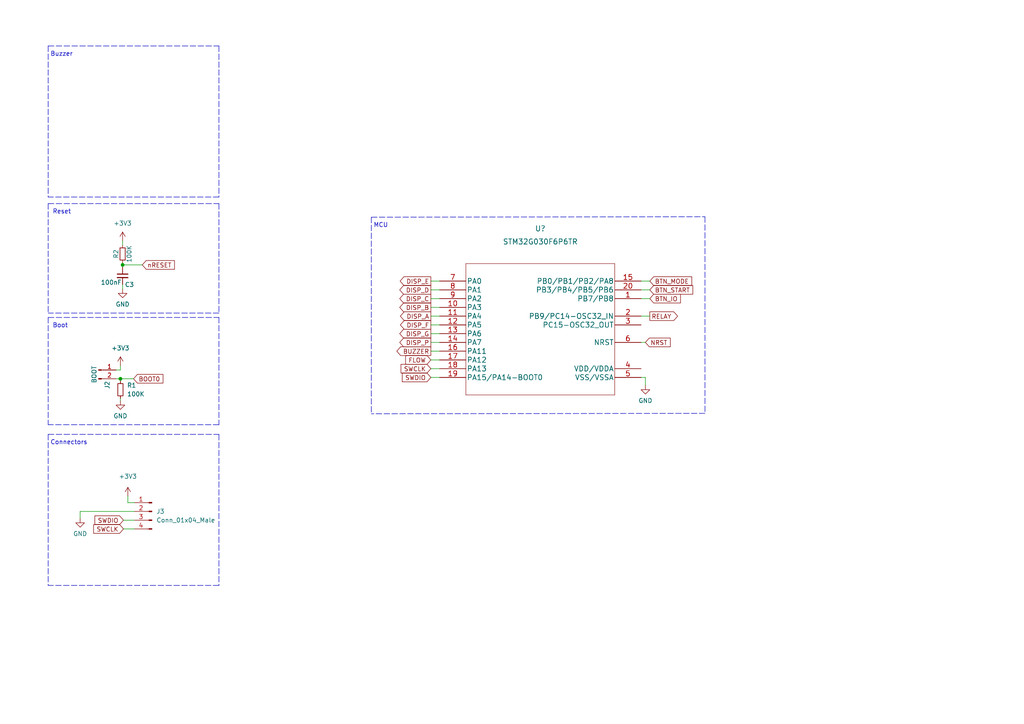
<source format=kicad_sch>
(kicad_sch (version 20211123) (generator eeschema)
  (paper "A4")
  (lib_symbols
    (symbol "Connector:Conn_01x02_Male" (pin_names (offset 1.016) hide)
      (property "Reference" "J" (at 0 2.54 0))
      (property "Value" "Conn_01x02_Male" (at 0 -5.08 0))
      (symbol "Conn_01x02_Male_1_1"
        (polyline (pts (xy 1.27 -2.54) (xy 0.8636 -2.54)) (stroke (width 0.1524)))
        (polyline (pts (xy 1.27 0) (xy 0.8636 0)) (stroke (width 0.1524)))
        (rectangle (start 0.8636 -2.413) (end 0 -2.667) (stroke (width 0.1524)) (fill (type outline)))
        (rectangle (start 0.8636 0.127) (end 0 -0.127) (stroke (width 0.1524)) (fill (type outline)))
        (pin passive line (at 5.08 0 180) (length 3.81) (name "Pin_1") (number "1"))
        (pin passive line (at 5.08 -2.54 180) (length 3.81) (name "Pin_2") (number "2"))
      )
    )
    (symbol "Connector:Conn_01x04_Male" (pin_names (offset 1.016) hide)
      (property "Reference" "J" (at 0 5.08 0))
      (property "Value" "Conn_01x04_Male" (at 0 -7.62 0))
      (symbol "Conn_01x04_Male_1_1"
        (polyline (pts (xy 1.27 -5.08) (xy 0.8636 -5.08)) (stroke (width 0.1524)))
        (polyline (pts (xy 1.27 -2.54) (xy 0.8636 -2.54)) (stroke (width 0.1524)))
        (polyline (pts (xy 1.27 0) (xy 0.8636 0)) (stroke (width 0.1524)))
        (polyline (pts (xy 1.27 2.54) (xy 0.8636 2.54)) (stroke (width 0.1524)))
        (rectangle (start 0.8636 -4.953) (end 0 -5.207) (stroke (width 0.1524)) (fill (type outline)))
        (rectangle (start 0.8636 -2.413) (end 0 -2.667) (stroke (width 0.1524)) (fill (type outline)))
        (rectangle (start 0.8636 0.127) (end 0 -0.127) (stroke (width 0.1524)) (fill (type outline)))
        (rectangle (start 0.8636 2.667) (end 0 2.413) (stroke (width 0.1524)) (fill (type outline)))
        (pin passive line (at 5.08 2.54 180) (length 3.81) (name "Pin_1") (number "1"))
        (pin passive line (at 5.08 0 180) (length 3.81) (name "Pin_2") (number "2"))
        (pin passive line (at 5.08 -2.54 180) (length 3.81) (name "Pin_3") (number "3"))
        (pin passive line (at 5.08 -5.08 180) (length 3.81) (name "Pin_4") (number "4"))
      )
    )
    (symbol "Device:C_Small" (pin_numbers hide) (pin_names (offset 0.254) hide)
      (property "Reference" "C" (at 0.254 1.778 0))
      (property "Value" "C_Small" (at 0.254 -2.032 0))
      (symbol "C_Small_0_1"
        (polyline (pts (xy -1.524 -0.508) (xy 1.524 -0.508)) (stroke (width 0.3302)))
        (polyline (pts (xy -1.524 0.508) (xy 1.524 0.508)) (stroke (width 0.3048)))
      )
      (symbol "C_Small_1_1"
        (pin passive line (at 0 2.54 270) (length 2.032) (name "~") (number "1"))
        (pin passive line (at 0 -2.54 90) (length 2.032) (name "~") (number "2"))
      )
    )
    (symbol "Device:R_Small" (pin_numbers hide) (pin_names (offset 0.254) hide)
      (property "Reference" "R" (at 0.762 0.508 0))
      (property "Value" "R_Small" (at 0.762 -1.016 0))
      (symbol "R_Small_0_1"
        (rectangle (start -0.762 1.778) (end 0.762 -1.778) (stroke (width 0.2032)))
      )
      (symbol "R_Small_1_1"
        (pin passive line (at 0 2.54 270) (length 0.762) (name "~") (number "1"))
        (pin passive line (at 0 -2.54 90) (length 0.762) (name "~") (number "2"))
      )
    )
    (symbol "STM32G030F6P6TR:STM32G030F6P6TR" (pin_names (offset 0.254))
      (property "Reference" "U?" (at 29.21 15.24 0))
      (property "Value" "STM32G030F6P6TR" (at 29.21 11.43 0))
      (symbol "STM32G030F6P6TR_1_1"
        (polyline (pts (xy 7.62 -33.02) (xy 50.8 -33.02)) (stroke (width 0.127)))
        (polyline (pts (xy 7.62 5.08) (xy 7.62 -33.02)) (stroke (width 0.127)))
        (polyline (pts (xy 50.8 -33.02) (xy 50.8 5.08)) (stroke (width 0.127)))
        (polyline (pts (xy 50.8 5.08) (xy 7.62 5.08)) (stroke (width 0.127)))
        (pin bidirectional line (at 58.42 -5.08 180) (length 7.62) (name "PB7/PB8") (number "1"))
        (pin bidirectional line (at 0 -7.62 0) (length 7.62) (name "PA3") (number "10"))
        (pin bidirectional line (at 0 -10.16 0) (length 7.62) (name "PA4") (number "11"))
        (pin bidirectional line (at 0 -12.7 0) (length 7.62) (name "PA5") (number "12"))
        (pin bidirectional line (at 0 -15.24 0) (length 7.62) (name "PA6") (number "13"))
        (pin bidirectional line (at 0 -17.78 0) (length 7.62) (name "PA7") (number "14"))
        (pin bidirectional line (at 58.42 0 180) (length 7.62) (name "PB0/PB1/PB2/PA8") (number "15"))
        (pin bidirectional line (at 0 -20.32 0) (length 7.62) (name "PA11") (number "16"))
        (pin bidirectional line (at 0 -22.86 0) (length 7.62) (name "PA12") (number "17"))
        (pin bidirectional line (at 0 -25.4 0) (length 7.62) (name "PA13") (number "18"))
        (pin bidirectional line (at 0 -27.94 0) (length 7.62) (name "PA15/PA14-BOOT0") (number "19"))
        (pin bidirectional line (at 58.42 -10.16 180) (length 7.62) (name "PB9/PC14-OSC32_IN") (number "2"))
        (pin bidirectional line (at 58.42 -2.54 180) (length 7.62) (name "PB3/PB4/PB5/PB6") (number "20"))
        (pin bidirectional line (at 58.42 -12.7 180) (length 7.62) (name "PC15-OSC32_OUT") (number "3"))
        (pin power_in line (at 58.42 -25.4 180) (length 7.62) (name "VDD/VDDA") (number "4"))
        (pin power_in line (at 58.42 -27.94 180) (length 7.62) (name "VSS/VSSA") (number "5"))
        (pin bidirectional line (at 58.42 -17.78 180) (length 7.62) (name "NRST") (number "6"))
        (pin bidirectional line (at 0 0 0) (length 7.62) (name "PA0") (number "7"))
        (pin bidirectional line (at 0 -2.54 0) (length 7.62) (name "PA1") (number "8"))
        (pin bidirectional line (at 0 -5.08 0) (length 7.62) (name "PA2") (number "9"))
      )
    )
    (symbol "power:+3V3" (power) (pin_names (offset 0))
      (property "Value" "+3V3" (at 0 3.556 0))
      (symbol "+3V3_0_1"
        (polyline (pts (xy -0.762 1.27) (xy 0 2.54)))
        (polyline (pts (xy 0 0) (xy 0 2.54)))
        (polyline (pts (xy 0 2.54) (xy 0.762 1.27)))
      )
      (symbol "+3V3_1_1"
        (pin power_in line (at 0 0 90) (length 0) hide (name "+3V3") (number "1"))
      )
    )
    (symbol "power:GND" (power) (pin_names (offset 0))
      (property "Value" "GND" (at 0 -3.81 0))
      (symbol "GND_0_1"
        (polyline (pts (xy 0 0) (xy 0 -1.27) (xy 1.27 -1.27) (xy 0 -2.54) (xy -1.27 -1.27) (xy 0 -1.27)))
      )
      (symbol "GND_1_1"
        (pin power_in line (at 0 0 270) (length 0) hide (name "GND") (number "1"))
      )
    )
  )
  (junction (at 35.56 76.835))
  (junction (at 34.925 109.855))
  (polyline (pts (xy 13.97 59.055) (xy 63.5 59.055)))
  (wire (pts (xy 34.925 109.855) (xy 34.925 110.49)))
  (polyline (pts (xy 63.5 90.805) (xy 13.97 90.805)))
  (polyline (pts (xy 63.5 125.984) (xy 63.5 169.799)))
  (polyline (pts (xy 63.5 123.19) (xy 13.97 123.19)))
  (wire (pts (xy 127.508 101.854) (xy 124.968 101.854)))
  (wire (pts (xy 127.508 89.154) (xy 124.968 89.154)))
  (polyline (pts (xy 107.696 62.992) (xy 204.47 62.865)))
  (wire (pts (xy 37.084 143.891) (xy 37.084 145.796)))
  (wire (pts (xy 35.814 150.876) (xy 38.989 150.876)))
  (wire (pts (xy 37.084 145.796) (xy 38.989 145.796)))
  (wire (pts (xy 35.56 69.85) (xy 35.56 71.12)))
  (wire (pts (xy 124.968 99.314) (xy 127.508 99.314)))
  (wire (pts (xy 127.508 106.934) (xy 124.968 106.934)))
  (wire (pts (xy 124.968 96.774) (xy 127.508 96.774)))
  (polyline (pts (xy 63.5 169.799) (xy 13.97 169.799)))
  (wire (pts (xy 188.468 81.534) (xy 185.928 81.534)))
  (polyline (pts (xy 13.97 13.335) (xy 13.97 57.15)))
  (wire (pts (xy 35.56 76.2) (xy 35.56 76.835)))
  (wire (pts (xy 38.989 148.336) (xy 23.241 148.336)))
  (wire (pts (xy 187.198 109.474) (xy 187.198 111.76)))
  (polyline (pts (xy 63.5 92.075) (xy 63.5 123.19)))
  (polyline (pts (xy 13.97 92.075) (xy 13.97 123.19)))
  (wire (pts (xy 127.508 86.614) (xy 124.968 86.614)))
  (wire (pts (xy 23.241 148.336) (xy 23.241 150.368)))
  (wire (pts (xy 34.925 107.315) (xy 33.655 107.315)))
  (wire (pts (xy 124.968 94.234) (xy 127.508 94.234)))
  (wire (pts (xy 35.56 76.835) (xy 35.56 77.47)))
  (polyline (pts (xy 13.97 59.055) (xy 13.97 90.805)))
  (wire (pts (xy 188.468 86.614) (xy 185.928 86.614)))
  (wire (pts (xy 185.928 109.474) (xy 187.198 109.474)))
  (polyline (pts (xy 63.5 59.055) (xy 63.5 90.805)))
  (wire (pts (xy 188.468 91.694) (xy 185.928 91.694)))
  (polyline (pts (xy 204.47 62.865) (xy 204.47 119.888)))
  (wire (pts (xy 127.508 84.074) (xy 124.968 84.074)))
  (wire (pts (xy 127.508 91.694) (xy 124.968 91.694)))
  (polyline (pts (xy 13.97 125.984) (xy 13.97 169.799)))
  (wire (pts (xy 35.56 76.835) (xy 41.275 76.835)))
  (polyline (pts (xy 13.97 125.984) (xy 63.5 125.984)))
  (polyline (pts (xy 63.5 57.15) (xy 13.97 57.15)))
  (wire (pts (xy 127.508 104.394) (xy 124.968 104.394)))
  (wire (pts (xy 188.468 84.074) (xy 185.928 84.074)))
  (wire (pts (xy 34.925 109.855) (xy 38.735 109.855)))
  (wire (pts (xy 35.56 82.55) (xy 35.56 83.82)))
  (wire (pts (xy 34.925 106.045) (xy 34.925 107.315)))
  (polyline (pts (xy 107.696 62.992) (xy 107.696 120.015)))
  (wire (pts (xy 127.508 81.534) (xy 124.968 81.534)))
  (polyline (pts (xy 13.97 92.075) (xy 63.5 92.075)))
  (wire (pts (xy 34.925 115.57) (xy 34.925 116.205)))
  (wire (pts (xy 127.508 109.474) (xy 124.968 109.474)))
  (polyline (pts (xy 63.5 13.335) (xy 63.5 57.15)))
  (wire (pts (xy 187.198 99.314) (xy 185.928 99.314)))
  (polyline (pts (xy 13.97 13.335) (xy 63.5 13.335)))
  (wire (pts (xy 35.814 153.416) (xy 38.989 153.416)))
  (wire (pts (xy 34.925 109.855) (xy 33.655 109.855)))
  (polyline (pts (xy 204.47 119.888) (xy 107.696 120.015)))
  (text "Connectors" (at 14.605 129.159 0) (effects (font (size 1.27 1.27)) (justify left bottom)))
  (text "Boot" (at 15.24 95.25 0) (effects (font (size 1.27 1.27)) (justify left bottom)))
  (text "Reset" (at 15.24 62.23 0) (effects (font (size 1.27 1.27)) (justify left bottom)))
  (text "Buzzer" (at 14.605 16.51 0) (effects (font (size 1.27 1.27)) (justify left bottom)))
  (text "MCU\n" (at 108.331 66.167 0) (effects (font (size 1.27 1.27)) (justify left bottom)))
  (global_label "SWDIO" (shape input) (at 124.968 109.474 180) (property "Intersheet References" "${INTERSHEET_REFS}" (effects hide)))
  (global_label "BUZZER" (shape output) (at 124.968 101.854 180) (property "Intersheet References" "${INTERSHEET_REFS}" (effects hide)))
  (global_label "BTN_IO" (shape input) (at 188.468 86.614 0) (property "Intersheet References" "${INTERSHEET_REFS}" (effects hide)))
  (global_label "DISP_C" (shape output) (at 124.968 86.614 180) (property "Intersheet References" "${INTERSHEET_REFS}" (effects hide)))
  (global_label "DISP_A" (shape output) (at 124.968 91.694 180) (property "Intersheet References" "${INTERSHEET_REFS}" (effects hide)))
  (global_label "NRST" (shape input) (at 187.198 99.314 0) (property "Intersheet References" "${INTERSHEET_REFS}" (effects hide)))
  (global_label "DISP_F" (shape output) (at 124.968 94.234 180) (property "Intersheet References" "${INTERSHEET_REFS}" (effects hide)))
  (global_label "BOOT0" (shape input) (at 38.735 109.855 0) (property "Intersheet References" "${INTERSHEET_REFS}" (effects hide)))
  (global_label "SWDIO" (shape input) (at 35.814 150.876 180) (property "Intersheet References" "${INTERSHEET_REFS}" (effects hide)))
  (global_label "DISP_P" (shape output) (at 124.968 99.314 180) (property "Intersheet References" "${INTERSHEET_REFS}" (effects hide)))
  (global_label "RELAY" (shape output) (at 188.468 91.694 0) (property "Intersheet References" "${INTERSHEET_REFS}" (effects hide)))
  (global_label "DISP_G" (shape output) (at 124.968 96.774 180) (property "Intersheet References" "${INTERSHEET_REFS}" (effects hide)))
  (global_label "FLOW" (shape input) (at 124.968 104.394 180) (property "Intersheet References" "${INTERSHEET_REFS}" (effects hide)))
  (global_label "DISP_B" (shape output) (at 124.968 89.154 180) (property "Intersheet References" "${INTERSHEET_REFS}" (effects hide)))
  (global_label "DISP_E" (shape output) (at 124.968 81.534 180) (property "Intersheet References" "${INTERSHEET_REFS}" (effects hide)))
  (global_label "BTN_MODE" (shape input) (at 188.468 81.534 0) (property "Intersheet References" "${INTERSHEET_REFS}" (effects hide)))
  (global_label "SWCLK" (shape input) (at 35.814 153.416 180) (property "Intersheet References" "${INTERSHEET_REFS}" (effects hide)))
  (global_label "nRESET" (shape input) (at 41.275 76.835 0) (property "Intersheet References" "${INTERSHEET_REFS}" (effects hide)))
  (global_label "BTN_START" (shape input) (at 188.468 84.074 0) (property "Intersheet References" "${INTERSHEET_REFS}" (effects hide)))
  (global_label "DISP_D" (shape output) (at 124.968 84.074 180) (property "Intersheet References" "${INTERSHEET_REFS}" (effects hide)))
  (global_label "SWCLK" (shape input) (at 124.968 106.934 180) (property "Intersheet References" "${INTERSHEET_REFS}" (effects hide)))
  (symbol (lib_id "power:GND") (at 23.241 150.368 0) (unit 1)
    (property "Reference" "#PWR015" (effects hide))
    (property "Value" "GND" (at 23.241 154.813 0))
  )
  (symbol (lib_id "power:+3V3") (at 35.56 69.85 0) (unit 1)
    (property "Reference" "#PWR06" (effects hide))
    (property "Value" "+3V3" (at 35.56 64.77 0))
  )
  (symbol (lib_id "Device:R_Small") (at 35.56 73.66 180) (unit 1)
    (property "Reference" "R2" (at 33.655 73.66 90))
    (property "Value" "100K" (at 37.465 73.66 90))
    (property "Footprint" "Resistor_SMD:R_0603_1608Metric" (effects hide))
  )
  (symbol (lib_id "power:GND") (at 187.198 111.76 0) (unit 1)
    (property "Reference" "#PWR?" (effects hide))
    (property "Value" "GND" (at 187.198 116.205 0))
  )
  (symbol (lib_id "power:GND") (at 35.56 83.82 0) (unit 1)
    (property "Reference" "#PWR07" (effects hide))
    (property "Value" "GND" (at 35.56 88.265 0))
  )
  (symbol (lib_id "Device:R_Small") (at 34.925 113.03 0) (unit 1)
    (property "Reference" "R1" (at 36.83 111.7599 0) (effects (justify left)))
    (property "Value" "100K" (at 36.83 114.2999 0) (effects (justify left)))
    (property "Footprint" "Resistor_SMD:R_0603_1608Metric" (effects hide))
  )
  (symbol (lib_id "Connector:Conn_01x04_Male") (at 44.069 148.336 0) (mirror y) (unit 1)
    (property "Reference" "J3" (at 45.339 148.3359 0) (effects (justify right)))
    (property "Value" "Conn_01x04_Male" (at 45.339 150.8759 0) (effects (justify right)))
    (property "Footprint" "Connector_PinHeader_2.54mm:PinHeader_1x04_P2.54mm_Vertical" (effects hide))
  )
  (symbol (lib_id "STM32G030F6P6TR:STM32G030F6P6TR") (at 127.508 81.534 0) (unit 1)
    (property "Reference" "U?" (at 156.718 66.294 0) (effects (font (size 1.524 1.524))))
    (property "Value" "STM32G030F6P6TR" (at 156.718 70.104 0) (effects (font (size 1.524 1.524))))
    (property "Footprint" "TSSOP20" (effects hide))
  )
  (symbol (lib_id "Connector:Conn_01x02_Male") (at 28.575 107.315 0) (unit 1)
    (property "Reference" "J2" (at 31.115 110.49 90) (effects (justify right)))
    (property "Value" "BOOT" (at 27.305 106.045 90) (effects (justify right)))
    (property "Footprint" "Connector_PinHeader_2.54mm:PinHeader_1x02_P2.54mm_Vertical" (effects hide))
  )
  (symbol (lib_id "power:+3V3") (at 37.084 143.891 0) (unit 1)
    (property "Reference" "#PWR014" (effects hide))
    (property "Value" "+3V3" (at 37.084 138.176 0))
  )
  (symbol (lib_id "power:GND") (at 34.925 116.205 0) (unit 1)
    (property "Reference" "#PWR05" (effects hide))
    (property "Value" "GND" (at 34.925 120.65 0))
  )
  (symbol (lib_id "Device:C_Small") (at 35.56 80.01 0) (unit 1)
    (property "Reference" "C3" (at 36.195 82.55 0) (effects (justify left)))
    (property "Value" "100nF" (at 29.21 81.915 0) (effects (justify left)))
    (property "Footprint" "Capacitor_SMD:C_0603_1608Metric" (effects hide))
  )
  (symbol (lib_id "power:+3V3") (at 34.925 106.045 0) (unit 1)
    (property "Reference" "#PWR04" (effects hide))
    (property "Value" "+3V3" (at 34.925 100.965 0))
  )
)
</source>
